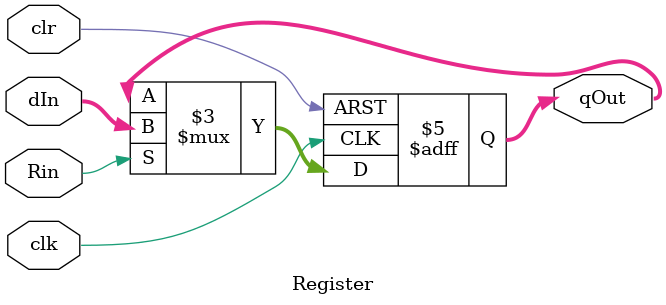
<source format=v>
module Register (
	input wire clk, 
	input wire clr,
	input wire Rin,
	input wire [31:0] dIn,
	output reg [31:0] qOut
);
	always@(posedge clk or negedge clr)
		begin
			if(clr == 0)
				qOut <= 0;
			else if(Rin)
				qOut <= dIn;
		end		
endmodule
</source>
